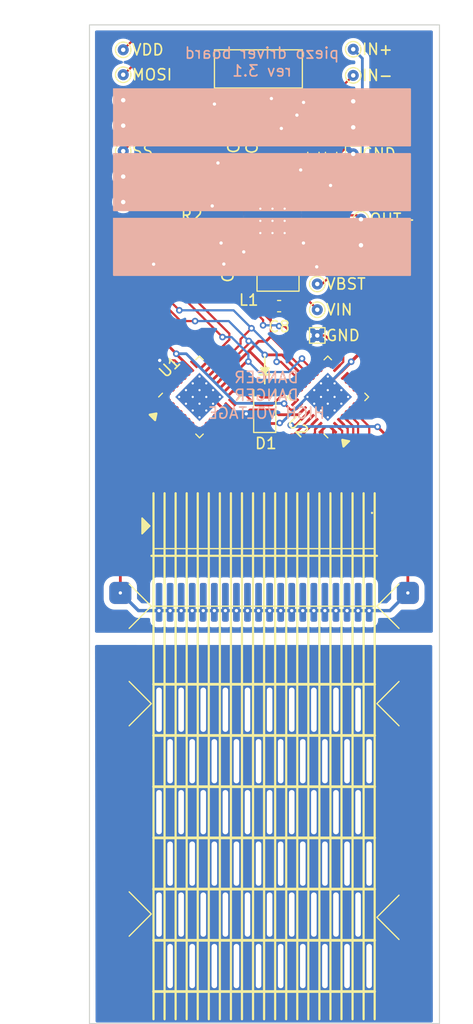
<source format=kicad_pcb>
(kicad_pcb (version 20221018) (generator pcbnew)
  (layers (0 "F.Cu" signal) (31 "B.Cu" signal) (34 "B.Paste" user) (35 "F.Paste" user) (36 "B.SilkS" user "B.Silkscreen") (37 "F.SilkS" user "F.Silkscreen") (38 "B.Mask" user) (39 "F.Mask" user) (44 "Edge.Cuts" user))
  (net 0 "")
  (net 1 "Net-(U3-VPUMP)")
  (net 2 "Net-(U3-FB)")
  (net 3 "Net-(U3-REXT)")
  (net 8 "Net-(U1-DIN)")
  (net 13 "/reed20")
  (net 14 "/reed19")
  (net 15 "/reed18")
  (net 16 "/reed17")
  (net 17 "/reed16")
  (net 18 "/reed15")
  (net 19 "/reed14")
  (net 20 "/reed13")
  (net 21 "/reed12")
  (net 22 "/reed11")
  (net 23 "/reed10")
  (net 24 "/reed9")
  (net 25 "/reed8")
  (net 26 "/reed7")
  (net 27 "/reed6")
  (net 28 "/reed5")
  (net 29 "/reed4")
  (net 30 "/reed3")
  (net 31 "/reed2")
  (net 32 "/reed1")
  (net 33 "/VDD")
  (net 34 "/POL")
  (net 35 "GND")
  (net 36 "/VPP")
  (net 38 "/SCL")
  (net 39 "/SDA")
  (net 40 "Net-(L1-Pad1)")
  (net 41 "/PZT_Common")
  (net 45 "/VBST")
  (net 46 "/OUT-")
  (net 48 "/fill")
  (net 59 "/IN+")
  (net 60 "Net-(U3-IN-)")
  (net 61 "Net-(U3-IN+)")
  (net 62 "/IN-")
  (net 63 "Net-(U3-REG)")
  (net 64 "/SS")
  (net 65 "/SCLK")
  (net 66 "/MOSI")
  (net 67 "/MISO")
  (net 68 "/VIN")
  (footprint "TestPoint:TestPoint_THTPad_D1.0mm_Drill0.5mm" (layer "F.Cu") (at 112.2 49.65)
    (fp_text reference "TP10" hide)
    (fp_text value "TestPoint")
  )
  (footprint "Capacitor_SMD:C_0603_1608Metric" (layer "F.Cu") (at 105.5 65.8)
    (fp_text reference "C8")
    (fp_text value "0.1 µF")
  )
  (footprint "TestPoint:TestPoint_THTPad_D1.0mm_Drill0.5mm" (layer "F.Cu") (at 112.2 44.9625)
    (fp_text reference "TP7" hide)
    (fp_text value "TestPoint")
  )
  (footprint "Package_DFN_QFN:HVQFN-32-1EP_5x5mm_P0.5mm_EP3.1x3.1mm_ThermalVias" (layer "F.Cu") (at 98.3 74 45)
    (fp_text reference "U1")
    (fp_text value "HV509")
  )
  (footprint "Package_DFN_QFN:HVQFN-32-1EP_5x5mm_P0.5mm_EP3.1x3.1mm_ThermalVias" (layer "F.Cu") (at 109.9 74 135)
    (fp_text reference "U2")
    (fp_text value "HV509")
  )
  (footprint "TestPoint:TestPoint_THTPad_D1.0mm_Drill0.5mm" (layer "F.Cu") (at 108.95 63.8)
    (fp_text reference "TP4" hide)
    (fp_text value "TestPoint")
  )
  (footprint "TestPoint:TestPoint_THTPad_D1.0mm_Drill0.5mm" (layer "F.Cu") (at 91.4 47.2)
    (fp_text reference "TP9" hide)
    (fp_text value "TestPoint")
  )
  (footprint "Resistor_SMD:R_0603_1608Metric" (layer "F.Cu") (at 109.35 56.2)
    (fp_text reference "R3")
    (fp_text value "6.98k")
  )
  (footprint "TestPoint:TestPoint_THTPad_D1.0mm_Drill0.5mm" (layer "F.Cu") (at 91.4 44.9)
    (fp_text reference "TP8" hide)
    (fp_text value "TestPoint")
  )
  (footprint "Capacitor_SMD:C_0603_1608Metric" (layer "F.Cu") (at 108.6 52.05 90)
    (fp_text reference "C6")
    (fp_text value "0.1 µF")
  )
  (footprint "TestPoint:TestPoint_THTPad_D1.0mm_Drill0.5mm" (layer "F.Cu") (at 112.2 42.6)
    (fp_text reference "TP6" hide)
    (fp_text value "TestPoint")
  )
  (footprint "Capacitor_SMD:C_0603_1608Metric" (layer "F.Cu") (at 102.3 62.7 90)
    (fp_text reference "C5")
    (fp_text value "10 µF")
  )
  (footprint "TestPoint:TestPoint_THTPad_D1.0mm_Drill0.5mm" (layer "F.Cu") (at 91.4 54.1)
    (fp_text reference "TP13" hide)
    (fp_text value "TestPoint")
  )
  (footprint "Package_DFN_QFN:Texas_S-PVQFN-N20_EP2.7x2.7mm_ThermalVias" (layer "F.Cu") (at 104.9 58.1)
    (fp_text reference "U3")
    (fp_text value "DRV2665")
  )
  (footprint "TestPoint:TestPoint_THTPad_1.0x1.0mm_Drill0.5mm" (layer "F.Cu") (at 91.4 56.4)
    (fp_text reference "TP2" hide)
    (fp_text value "TestPoint")
  )
  (footprint "TestPoint:TestPoint_THTPad_1.0x1.0mm_Drill0.5mm" (layer "F.Cu") (at 108.95 68.45)
    (fp_text reference "TP2" hide)
    (fp_text value "TestPoint")
  )
  (footprint "Resistor_SMD:R_0603_1608Metric" (layer "F.Cu") (at 100.3 57.6)
    (fp_text reference "R2")
    (fp_text value "6.98k")
  )
  (footprint "Capacitor_SMD:C_0603_1608Metric" (layer "F.Cu") (at 103.1 53.5 90)
    (fp_text reference "C3")
    (fp_text value "0.1 µF")
  )
  (footprint "TestPoint:TestPoint_THTPad_D1.0mm_Drill0.5mm" (layer "F.Cu") (at 112.9 57.95)
    (fp_text reference "TP5" hide)
    (fp_text value "TestPoint")
  )
  (footprint "TestPoint:TestPoint_THTPad_D1.0mm_Drill0.5mm" (layer "F.Cu") (at 91.4 42.65)
    (fp_text reference "TP1" hide)
    (fp_text value "VDD")
  )
  (footprint "Capacitor_SMD:C_0805_2012Metric" (layer "F.Cu") (at 108.9 60.3 -90)
    (fp_text reference "C4")
    (fp_text value "0.1 µF 150V+")
  )
  (footprint "Diode_SMD:D_SOD-123F" (layer "F.Cu") (at 104.2 75 90)
    (fp_text reference "D1")
    (fp_text value "D")
  )
  (footprint "Optacon_common:Hirose_FH34SRJ-12S-0.5SH" (layer "F.Cu") (at 103.6 44.5 180)
    (fp_text reference "J1" hide)
    (fp_text value "Conn_01x12")
  )
  (footprint "Capacitor_SMD:C_0603_1608Metric" (layer "F.Cu") (at 101.4 53.5 90)
    (fp_text reference "C2")
    (fp_text value "0.1 µF")
  )
  (footprint "Capacitor_SMD:C_0603_1608Metric" (layer "F.Cu") (at 100.3 55.8 180)
    (fp_text reference "C1")
    (fp_text value "1 µF")
  )
  (footprint "TestPoint:TestPoint_THTPad_1.0x1.0mm_Drill0.5mm" (layer "F.Cu") (at 112.2 52.05)
    (fp_text reference "TP2" hide)
    (fp_text value "TestPoint")
  )
  (footprint "Resistor_SMD:R_0603_1608Metric" (layer "F.Cu") (at 106.5 50.5 90)
    (fp_text reference "R5")
    (fp_text value "3.3k")
  )
  (footprint "Resistor_SMD:R_0603_1608Metric" (layer "F.Cu") (at 104.9 50.5 -90)
    (fp_text reference "R4")
    (fp_text value "3.3k")
  )
  (footprint "Optacon_common:TDK_VLS_3012" (layer "F.Cu") (at 105.4 62.75 -90)
    (fp_text reference "L1")
    (fp_text value "3.3 µH")
  )
  (footprint "TestPoint:TestPoint_THTPad_D1.0mm_Drill0.5mm" (layer "F.Cu") (at 112.2 47.3)
    (fp_text reference "TP11" hide)
    (fp_text value "TestPoint")
  )
  (footprint "Optacon_common:piezox20" (layer "F.Cu") (at 104.04 87.7)
    (fp_text reference "piezo1" hide)
    (fp_text value "Conn_01x22" hide)
  )
  (footprint "TestPoint:TestPoint_THTPad_D1.0mm_Drill0.5mm" (layer "F.Cu") (at 108.95 66.125)
    (fp_text reference "TP15" hide)
    (fp_text value "VDD")
  )
  (footprint "Capacitor_SMD:C_0603_1608Metric" (layer "F.Cu") (at 110.2 52.05 -90)
    (fp_text reference "C7")
    (fp_text value "0.1 µF")
  )
  (footprint "TestPoint:TestPoint_THTPad_D1.0mm_Drill0.5mm" (layer "F.Cu") (at 91.4 51.8)
    (fp_text reference "TP14" hide)
    (fp_text value "TestPoint")
  )
  (footprint "Optacon_common:Hirose_FH34SRJ-40S-0.5SH" (layer "F.Cu") (at 104.15 86.9)
    (fp_text reference "J2" hide)
    (fp_text value "Conn_01x40_Socket" hide)
  )
  (footprint "TestPoint:TestPoint_THTPad_D1.0mm_Drill0.5mm" (layer "F.Cu") (at 112.9 60.3)
    (fp_text reference "TP3" hide)
    (fp_text value "TestPoint")
  )
  (footprint "Resistor_SMD:R_0603_1608Metric" (layer "F.Cu") (at 100.3 59.2)
    (fp_text reference "R1")
    (fp_text value "549k")
  )
  (footprint "TestPoint:TestPoint_THTPad_D1.0mm_Drill0.5mm" (layer "F.Cu") (at 91.4 49.5)
    (fp_text reference "TP12" hide)
    (fp_text value "TestPoint")
  )
  (gr_rect (start 90.55 57.9) (end 117.35 63) (stroke (width 0.15)) (fill solid) (layer "B.SilkS"))
  (gr_rect (start 90.55 46.2) (end 117.35 51.3) (stroke (width 0.15)) (fill solid) (layer "B.SilkS"))
  (gr_rect (start 90.55 52.05) (end 117.35 57.15) (stroke (width 0.15)) (fill solid) (layer "B.SilkS"))
  (gr_line (start 103.7 72) (end 104.7 72) (stroke (width 0.15)) (layer "F.SilkS"))
  (gr_poly (pts (xy 103.875 71.4) (xy 104.55 71.4) (xy 104.2 71.9)) (stroke (width 0.2)) (fill solid) (layer "F.SilkS"))
  (gr_poly (pts (xy 94.276256 76.083363) (xy 93.798959 75.606066) (xy 94.4 75.5)) (stroke (width 0.2)) (fill solid) (layer "F.SilkS"))
  (gr_line (start 104.2 72) (end 104.2 72.8) (stroke (width 0.15)) (layer "F.SilkS"))
  (gr_poly (pts (xy 93.8 85.65) (xy 93.11 86.35) (xy 93.11 84.95)) (stroke (width 0.15)) (fill solid) (layer "F.SilkS"))
  (gr_line (start 104.2 71.4) (end 104.2 70.4) (stroke (width 0.15)) (layer "F.SilkS"))
  (gr_poly (pts (xy 111.8 78) (xy 111.322703 78.477297) (xy 111.216637 77.876256)) (stroke (width 0.2)) (fill solid) (layer "F.SilkS"))
  (gr_line (start 104.2 70.4) (end 104.2 71.9) (stroke (width 0.15)) (layer "F.SilkS"))
  (gr_rect (start 88.35 40.4) (end 120 130.6) (stroke (width 0.1)) (fill none) (layer "Edge.Cuts"))
  (gr_text "DANGER\nDANGER\nHIGH VOLTAGE" (at 104.35 73.85) (layer "B.SilkS") (effects (font (size 1 1)) (justify mirror)))
  (gr_text "piezo driver board\nrev 3.1" (at 103.95 43.75) (layer "B.SilkS") (effects (font (size 1 1)) (justify mirror)))
  (segment (start 101.4 54.275) (end 102.9375 55.8125) (width 0.25) (layer "F.Cu") (net 1))
  (segment (start 102.9375 55.8125) (end 102.9375 57.1) (width 0.25) (layer "F.Cu") (net 1))
  (segment (start 101.125 57.6) (end 101.125 59.2) (width 0.2) (layer "F.Cu") (net 2))
  (segment (start 101.125 57.6) (end 101.838478 57.6) (width 0.2) (layer "F.Cu") (net 2))
  (segment (start 102.338478 58.1) (end 102.9375 58.1) (width 0.2) (layer "F.Cu") (net 2))
  (segment (start 101.838478 57.6) (end 102.338478 58.1) (width 0.2) (layer "F.Cu") (net 2))
  (segment (start 107.625 57.1) (end 108.525 56.2) (width 0.2) (layer "F.Cu") (net 3))
  (segment (start 106.8625 57.1) (end 107.625 57.1) (width 0.2) (layer "F.Cu") (net 3))
  (segment (start 104.85 74.75) (end 103.4 74.75) (width 0.2) (layer "F.Cu") (net 8))
  (segment (start 103.4 74.75) (end 102.163864 73.513864) (width 0.2) (layer "F.Cu") (net 8))
  (segment (start 106.93899 73.513864) (end 106.086136 73.513864) (width 0.2) (layer "F.Cu") (net 8))
  (segment (start 106.086136 73.513864) (end 104.85 74.75) (width 0.2) (layer "F.Cu") (net 8))
  (segment (start 102.163864 73.513864) (end 101.26101 73.513864) (width 0.2) (layer "F.Cu") (net 8))
  (segment (start 113.64 83.5) (end 113.4 83.74) (width 0.2) (layer "F.Cu") (net 13))
  (segment (start 113.65 76.68934) (end 113.65 83.49) (width 0.2) (layer "F.Cu") (net 13))
  (segment (start 113.9 83.76) (end 113.9 85.75) (width 0.2) (layer "F.Cu") (net 13))
  (segment (start 112.153903 75.193243) (end 113.65 76.68934) (width 0.2) (layer "F.Cu") (net 13))
  (segment (start 113.64 83.5) (end 113.9 83.76) (width 0.2) (layer "F.Cu") (net 13))
  (segment (start 113.4 83.74) (end 113.4 85.75) (width 0.2) (layer "F.Cu") (net 13))
  (segment (start 113.65 83.49) (end 113.64 83.5) (width 0.2) (layer "F.Cu") (net 13))
  (segment (start 112.9 83.76) (end 112.9 85.75) (width 0.2) (layer "F.Cu") (net 14))
  (segment (start 112.64 76.386447) (end 112.64 83.5) (width 0.2) (layer "F.Cu") (net 14))
  (segment (start 112.4 83.74) (end 112.4 85.75) (width 0.2) (layer "F.Cu") (net 14))
  (segment (start 112.64 83.5) (end 112.9 83.76) (width 0.2) (layer "F.Cu") (net 14))
  (segment (start 112.64 83.5) (end 112.4 83.74) (width 0.2) (layer "F.Cu") (net 14))
  (segment (start 111.800349 75.546796) (end 112.64 76.386447) (width 0.2) (layer "F.Cu") (net 14))
  (segment (start 111.64 79.36) (end 112.2 78.8) (width 0.2) (layer "F.Cu") (net 15))
  (segment (start 111.64 83.5) (end 111.4 83.74) (width 0.2) (layer "F.Cu") (net 15))
  (segment (start 111.64 83.5) (end 111.9 83.76) (width 0.2) (layer "F.Cu") (net 15))
  (segment (start 111.4 83.74) (end 111.4 85.75) (width 0.2) (layer "F.Cu") (net 15))
  (segment (start 111.64 83.5) (end 111.64 79.36) (width 0.2) (layer "F.Cu") (net 15))
  (segment (start 112.2 76.653553) (end 111.446796 75.900349) (width 0.2) (layer "F.Cu") (net 15))
  (segment (start 111.9 83.76) (end 111.9 85.75) (width 0.2) (layer "F.Cu") (net 15))
  (segment (start 112.2 78.8) (end 112.2 76.653553) (width 0.2) (layer "F.Cu") (net 15))
  (segment (start 110.9 83.76) (end 110.9 85.75) (width 0.2) (layer "F.Cu") (net 16))
  (segment (start 110.64 79.36) (end 110.64 83.5) (width 0.2) (layer "F.Cu") (net 16))
  (segment (start 111.093243 76.253903) (end 111.7 76.86066) (width 0.2) (layer "F.Cu") (net 16))
  (segment (start 111.7 78.3) (end 110.64 79.36) (width 0.2) (layer "F.Cu") (net 16))
  (segment (start 111.7 76.86066) (end 111.7 78.3) (width 0.2) (layer "F.Cu") (net 16))
  (segment (start 110.4 83.74) (end 110.4 85.75) (width 0.2) (layer "F.Cu") (net 16))
  (segment (start 110.64 83.5) (end 110.9 83.76) (width 0.2) (layer "F.Cu") (net 16))
  (segment (start 110.64 83.5) (end 110.4 83.74) (width 0.2) (layer "F.Cu") (net 16))
  (segment (start 109.4 83.74) (end 109.4 85.75) (width 0.2) (layer "F.Cu") (net 17))
  (segment (start 109.9 83.76) (end 109.9 85.75) (width 0.2) (layer "F.Cu") (net 17))
  (segment (start 111.2 77.067767) (end 111.2 77.8) (width 0.2) (layer "F.Cu") (net 17))
  (segment (start 111.2 77.8) (end 109.64 79.36) (width 0.2) (layer "F.Cu") (net 17))
  (segment (start 109.64 83.5) (end 109.9 83.76) (width 0.2) (layer "F.Cu") (net 17))
  (segment (start 109.64 83.5) (end 109.4 83.74) (width 0.2) (layer "F.Cu") (net 17))
  (segment (start 109.64 79.36) (end 109.64 83.5) (width 0.2) (layer "F.Cu") (net 17))
  (segment (start 110.739689 76.607456) (end 111.2 77.067767) (width 0.2) (layer "F.Cu") (net 17))
  (segment (start 108.9 83.76) (end 108.9 85.75) (width 0.2) (layer "F.Cu") (net 18))
  (segment (start 108.64 83.5) (end 108.4 83.74) (width 0.2) (layer "F.Cu") (net 18))
  (segment (start 108.64 79.36) (end 108.64 83.5) (width 0.2) (layer "F.Cu") (net 18))
  (segment (start 108.4 83.74) (end 108.4 85.75) (width 0.2) (layer "F.Cu") (net 18))
  (segment (start 110.386136 77.613864) (end 108.64 79.36) (width 0.2) (layer "F.Cu") (net 18))
  (segment (start 110.386136 76.96101) (end 110.386136 77.613864) (width 0.2) (layer "F.Cu") (net 18))
  (segment (start 108.64 83.5) (end 108.9 83.76) (width 0.2) (layer "F.Cu") (net 18))
  (segment (start 109.413864 76.96101) (end 109.413864 77.586136) (width 0.2) (layer "F.Cu") (net 19))
  (segment (start 107.9 83.76) (end 107.9 85.75) (width 0.2) (layer "F.Cu") (net 19))
  (segment (start 109.413864 77.586136) (end 107.64 79.36) (width 0.2) (layer "F.Cu") (net 19))
  (segment (start 107.64 79.36) (end 107.64 83.5) (width 0.2) (layer "F.Cu") (net 19))
  (segment (start 107.64 83.5) (end 107.4 83.74) (width 0.2) (layer "F.Cu") (net 19))
  (segment (start 107.64 83.5) (end 107.9 83.76) (width 0.2) (layer "F.Cu") (net 19))
  (segment (start 107.4 83.74) (end 107.4 85.75) (width 0.2) (layer "F.Cu") (net 19))
  (segment (start 106.64 79.36) (end 106.64 83.5) (width 0.2) (layer "F.Cu") (net 20))
  (segment (start 106.64 83.5) (end 106.4 83.74) (width 0.2) (layer "F.Cu") (net 20))
  (segment (start 108.742485 76.925282) (end 108.742485 77.257515) (width 0.2) (layer "F.Cu") (net 20))
  (segment (start 106.64 83.5) (end 106.9 83.76) (width 0.2) (layer "F.Cu") (net 20))
  (segment (start 106.9 83.76) (end 106.9 85.75) (width 0.2) (layer "F.Cu") (net 20))
  (segment (start 108.742485 77.257515) (end 106.64 79.36) (width 0.2) (layer "F.Cu") (net 20))
  (segment (start 106.4 83.74) (end 106.4 85.75) (width 0.2) (layer "F.Cu") (net 20))
  (segment (start 109.060311 76.607456) (end 108.742485 76.925282) (width 0.2) (layer "F.Cu") (net 20))
  (segment (start 105.9 83.76) (end 105.9 85.75) (width 0.2) (layer "F.Cu") (net 21))
  (segment (start 108.706757 76.253903) (end 108.706757 76.293243) (width 0.2) (layer "F.Cu") (net 21))
  (segment (start 105.64 83.5) (end 105.4 83.74) (width 0.2) (layer "F.Cu") (net 21))
  (segment (start 108.706757 76.293243) (end 105.64 79.36) (width 0.2) (layer "F.Cu") (net 21))
  (segment (start 105.64 79.36) (end 105.64 83.5) (width 0.2) (layer "F.Cu") (net 21))
  (segment (start 105.4 83.74) (end 105.4 85.75) (width 0.2) (layer "F.Cu") (net 21))
  (segment (start 105.64 83.5) (end 105.9 83.76) (width 0.2) (layer "F.Cu") (net 21))
  (segment (start 104.64 83.5) (end 104.64 79.36) (width 0.2) (layer "F.Cu") (net 22))
  (segment (start 104.64 83.5) (end 104.9 83.76) (width 0.2) (layer "F.Cu") (net 22))
  (segment (start 104.64 79.36) (end 106.6 77.4) (width 0.2) (layer "F.Cu") (net 22))
  (segment (start 106.853553 77.4) (end 108.353204 75.900349) (width 0.2) (layer "F.Cu") (net 22))
  (segment (start 104.9 83.76) (end 104.9 85.75) (width 0.2) (layer "F.Cu") (net 22))
  (segment (start 104.4 83.74) (end 104.4 85.75) (width 0.2) (layer "F.Cu") (net 22))
  (segment (start 106.6 77.4) (end 106.853553 77.4) (width 0.2) (layer "F.Cu") (net 22))
  (segment (start 104.64 83.5) (end 104.4 83.74) (width 0.2) (layer "F.Cu") (net 22))
  (segment (start 103.4 83.74) (end 103.4 85.75) (width 0.2) (layer "F.Cu") (net 23))
  (segment (start 100.164622 76.218175) (end 100.518175 76.218175) (width 0.2) (layer "F.Cu") (net 23))
  (segment (start 103.64 79.34) (end 103.64 83.5) (width 0.2) (layer "F.Cu") (net 23))
  (segment (start 103.64 83.5) (end 103.4 83.74) (width 0.2) (layer "F.Cu") (net 23))
  (segment (start 99.846796 75.900349) (end 100.164622 76.218175) (width 0.2) (layer "F.Cu") (net 23))
  (segment (start 100.518175 76.218175) (end 103.64 79.34) (width 0.2) (layer "F.Cu") (net 23))
  (segment (start 103.9 83.76) (end 103.9 85.75) (width 0.2) (layer "F.Cu") (net 23))
  (segment (start 103.64 83.5) (end 103.9 83.76) (width 0.2) (layer "F.Cu") (net 23))
  (segment (start 102.64 79.34) (end 102.64 83.5) (width 0.2) (layer "F.Cu") (net 24))
  (segment (start 99.493243 76.253903) (end 99.553903 76.253903) (width 0.2) (layer "F.Cu") (net 24))
  (segment (start 102.4 83.74) (end 102.4 85.75) (width 0.2) (layer "F.Cu") (net 24))
  (segment (start 102.64 83.5) (end 102.4 83.74) (width 0.2) (layer "F.Cu") (net 24))
  (segment (start 99.553903 76.253903) (end 102.64 79.34) (width 0.2) (layer "F.Cu") (net 24))
  (segment (start 102.64 83.5) (end 102.9 83.76) (width 0.2) (layer "F.Cu") (net 24))
  (segment (start 102.9 83.76) (end 102.9 85.75) (width 0.2) (layer "F.Cu") (net 24))
  (segment (start 101.64 83.5) (end 101.9 83.76) (width 0.2) (layer "F.Cu") (net 25))
  (segment (start 99.457515 77.157515) (end 101.64 79.34) (width 0.2) (layer "F.Cu") (net 25))
  (segment (start 99.457515 76.925282) (end 99.457515 77.157515) (width 0.2) (layer "F.Cu") (net 25))
  (segment (start 101.4 83.74) (end 101.4 85.75) (width 0.2) (layer "F.Cu") (net 25))
  (segment (start 101.64 79.34) (end 101.64 83.5) (width 0.2) (layer "F.Cu") (net 25))
  (segment (start 99.139689 76.607456) (end 99.457515 76.925282) (width 0.2) (layer "F.Cu") (net 25))
  (segment (start 101.64 83.5) (end 101.4 83.74) (width 0.2) (layer "F.Cu") (net 25))
  (segment (start 101.9 83.76) (end 101.9 85.75) (width 0.2) (layer "F.Cu") (net 25))
  (segment (start 100.64 79.34) (end 100.64 83.5) (width 0.2) (layer "F.Cu") (net 26))
  (segment (start 100.9 83.76) (end 100.9 85.75) (width 0.2) (layer "F.Cu") (net 26))
  (segment (start 100.4 83.74) (end 100.4 85.75) (width 0.2) (layer "F.Cu") (net 26))
  (segment (start 98.786136 76.96101) (end 98.786136 77.486136) (width 0.2) (layer "F.Cu") (net 26))
  (segment (start 100.64 83.5) (end 100.4 83.74) (width 0.2) (layer "F.Cu") (net 26))
  (segment (start 100.64 83.5) (end 100.9 83.76) (width 0.2) (layer "F.Cu") (net 26))
  (segment (start 98.786136 77.486136) (end 100.64 79.34) (width 0.2) (layer "F.Cu") (net 26))
  (segment (start 99.64 83.5) (end 99.9 83.76) (width 0.2) (layer "F.Cu") (net 27))
  (segment (start 99.64 83.5) (end 99.4 83.74) (width 0.2) (layer "F.Cu") (net 27))
  (segment (start 99.9 83.76) (end 99.9 85.75) (width 0.2) (layer "F.Cu") (net 27))
  (segment (start 97.813864 77.513864) (end 99.64 79.34) (width 0.2) (layer "F.Cu") (net 27))
  (segment (start 99.4 83.74) (end 99.4 85.75) (width 0.2) (layer "F.Cu") (net 27))
  (segment (start 99.64 79.34) (end 99.64 83.5) (width 0.2) (layer "F.Cu") (net 27))
  (segment (start 97.813864 76.96101) (end 97.813864 77.513864) (width 0.2) (layer "F.Cu") (net 27))
  (segment (start 98.4 83.74) (end 98.4 85.75) (width 0.2) (layer "F.Cu") (net 28))
  (segment (start 97.142485 76.925282) (end 97.142485 77.842485) (width 0.2) (layer "F.Cu") (net 28))
  (segment (start 98.9 83.76) (end 98.9 85.75) (width 0.2) (layer "F.Cu") (net 28))
  (segment (start 98.64 79.34) (end 98.64 83.5) (width 0.2) (layer "F.Cu") (net 28))
  (segment (start 98.64 83.5) (end 98.9 83.76) (width 0.2) (layer "F.Cu") (net 28))
  (segment (start 98.64 83.5) (end 98.4 83.74) (width 0.2) (layer "F.Cu") (net 28))
  (segment (start 97.142485 77.842485) (end 98.64 79.34) (width 0.2) (layer "F.Cu") (net 28))
  (segment (start 97.460311 76.607456) (end 97.142485 76.925282) (width 0.2) (layer "F.Cu") (net 28))
  (segment (start 97.4 83.74) (end 97.4 85.75) (width 0.2) (layer "F.Cu") (net 29))
  (segment (start 96.742975 76.617685) (end 96.742975 78.442975) (width 0.2) (layer "F.Cu") (net 29))
  (segment (start 97.106757 76.253903) (end 96.742975 76.617685) (width 0.2) (layer "F.Cu") (net 29))
  (segment (start 97.64 83.5) (end 97.9 83.76) (width 0.2) (layer "F.Cu") (net 29))
  (segment (start 96.742975 78.442975) (end 97.64 79.34) (width 0.2) (layer "F.Cu") (net 29))
  (segment (start 97.9 83.76) (end 97.9 85.75) (width 0.2) (layer "F.Cu") (net 29))
  (segment (start 97.64 83.5) (end 97.4 83.74) (width 0.2) (layer "F.Cu") (net 29))
  (segment (start 97.64 79.34) (end 97.64 83.5) (width 0.2) (layer "F.Cu") (net 29))
  (segment (start 96.2 78.9) (end 96.64 79.34) (width 0.2) (layer "F.Cu") (net 30))
  (segment (start 96.4 83.74) (end 96.4 85.75) (width 0.2) (layer "F.Cu") (net 30))
  (segment (start 96.64 79.34) (end 96.64 83.5) (width 0.2) (layer "F.Cu") (net 30))
  (segment (start 96.64 83.5) (end 96.4 83.74) (width 0.2) (layer "F.Cu") (net 30))
  (segment (start 96.753204 75.900349) (end 96.2 76.453553) (width 0.2) (layer "F.Cu") (net 30))
  (segment (start 96.9 83.76) (end 96.9 85.75) (width 0.2) (layer "F.Cu") (net 30))
  (segment (start 96.64 83.5) (end 96.9 83.76) (width 0.2) (layer "F.Cu") (net 30))
  (segment (start 96.2 76.453553) (end 96.2 78.9) (width 0.2) (layer "F.Cu") (net 30))
  (segment (start 95.64 83.5) (end 95.4 83.74) (width 0.2) (layer "F.Cu") (net 31))
  (segment (start 95.9 83.76) (end 95.9 85.75) (width 0.2) (layer "F.Cu") (net 31))
  (segment (start 95.64 76.306447) (end 95.64 83.5) (width 0.2) (layer "F.Cu") (net 31))
  (segment (start 95.64 83.5) (end 95.9 83.76) (width 0.2) (layer "F.Cu") (net 31))
  (segment (start 96.399651 75.546796) (end 95.64 76.306447) (width 0.2) (layer "F.Cu") (net 31))
  (segment (start 95.4 83.74) (end 95.4 85.75) (width 0.2) (layer "F.Cu") (net 31))
  (segment (start 94.9 83.76) (end 94.9 85.75) (width 0.2) (layer "F.Cu") (net 32))
  (segment (start 94.4 83.74) (end 94.4 85.75) (width 0.2) (layer "F.Cu") (net 32))
  (segment (start 94.64 83.5) (end 94.9 83.76) (width 0.2) (layer "F.Cu") (net 32))
  (segment (start 94.64 83.5) (end 94.4 83.74) (width 0.2) (layer "F.Cu") (net 32))
  (segment (start 96.046097 75.193243) (end 96.046097 75.253903) (width 0.2) (layer "F.Cu") (net 32))
  (segment (start 94.64 76.66) (end 94.64 83.5) (width 0.2) (layer "F.Cu") (net 32))
  (segment (start 96.046097 75.253903) (end 94.64 76.66) (width 0.2) (layer "F.Cu") (net 32))
  (segment (start 96.8 54.15) (end 96.8 59.192462) (width 0.2) (layer "F.Cu") (net 33))
  (segment (start 104.749992 47.1) (end 103.85 47.1) (width 0.2) (layer "F.Cu") (net 33))
  (segment (start 104.8 47.049992) (end 104.749992 47.1) (width 0.2) (layer "F.Cu") (net 33))
  (segment (start 103.85 45.6) (end 103.85 47.1) (width 0.2) (layer "F.Cu") (net 33))
  (segment (start 103.645652 68.975) (end 104.321015 68.975) (width 0.25) (layer "F.Cu") (net 33))
  (segment (start 103.85 47.1) (end 96.8 54.15) (width 0.2) (layer "F.Cu") (net 33))
  (segment (start 96.8 59.192462) (end 104.75 67.142462) (width 0.2) (layer "F.Cu") (net 33))
  (segment (start 103.85 44.906929) (end 100.843071 41.9) (width 0.2) (layer "F.Cu") (net 33))
  (segment (start 104.321015 68.975) (end 104.75 68.546015) (width 0.25) (layer "F.Cu") (net 33))
  (segment (start 104.75 67.142462) (end 104.75 68.546015) (width 0.2) (layer "F.Cu") (net 33))
  (segment (start 108.283965 72.099651) (end 104.75 68.565686) (width 0.2) (layer "F.Cu") (net 33))
  (segment (start 104.725 65.8) (end 104.75 65.825) (width 0.2) (layer "F.Cu") (net 33))
  (segment (start 108.353204 72.099651) (end 108.283965 72.099651) (width 0.2) (layer "F.Cu") (net 33))
  (segment (start 104.75 65.825) (end 104.75 67.142462) (width 0.2) (layer "F.Cu") (net 33))
  (segment (start 106.424998 49.750002) (end 106.5 49.675) (width 0.25) (layer "F.Cu") (net 33))
  (segment (start 103.85 45.6) (end 103.85 44.906929) (width 0.2) (layer "F.Cu") (net 33))
  (segment (start 92.15 41.9) (end 91.4 42.65) (width 0.2) (layer "F.Cu") (net 33))
  (segment (start 100.843071 41.9) (end 92.15 41.9) (width 0.2) (layer "F.Cu") (net 33))
  (segment (start 100.200349 72.453204) (end 100.200349 72.420303) (width 0.25) (layer "F.Cu") (net 33))
  (segment (start 104.75 68.565686) (end 104.75 68.546015) (width 0.2) (layer "F.Cu") (net 33))
  (segment (start 104.975002 49.750002) (end 104.9 49.675) (width 0.25) (layer "F.Cu") (net 33))
  (segment (start 100.200349 72.420303) (end 103.645652 68.975) (width 0.25) (layer "F.Cu") (net 33))
  (segment (start 104.8 47.050004) (end 104.8 47.049992) (width 0.2) (layer "F.Cu") (net 33))
  (segment (start 104.799996 47.05) (end 104.8 47.050004) (width 0.2) (layer "F.Cu") (net 33))
  (segment (start 105.7 49.750002) (end 106.424998 49.750002) (width 0.25) (layer "F.Cu") (net 33))
  (segment (start 104.2 73.6) (end 104.2 71.25) (width 0.25) (layer "F.Cu") (net 33))
  (segment (start 104.2 71.25) (end 102.801776 69.851776) (width 0.25) (layer "F.Cu") (net 33))
  (segment (start 105.7 49.750002) (end 104.975002 49.750002) (width 0.25) (layer "F.Cu") (net 33))
  (via (at 105.7 49.750002) (size 0.6) (drill 0.3) (layers "F.Cu" "B.Cu") (net 33))
  (via (at 104.8 47.049992) (size 0.6) (drill 0.3) (layers "F.Cu" "B.Cu") (net 33))
  (segment (start 104.8 48.850002) (end 105.7 49.750002) (width 0.25) (layer "B.Cu") (net 33))
  (segment (start 104.8 47.049992) (end 104.8 48.850002) (width 0.25) (layer "B.Cu") (net 33))
  (segment (start 96.599996 67.149996) (end 97.9 67.149996) (width 0.2) (layer "F.Cu") (net 34))
  (segment (start 91.4 54.1) (end 94.75 54.1) (width 0.2) (layer "F.Cu") (net 34))
  (segment (start 94.75 65.3) (end 96.599996 67.149996) (width 0.2) (layer "F.Cu") (net 34))
  (segment (start 101.35 46.7) (end 94.75 53.3) (width 0.2) (layer "F.Cu") (net 34))
  (segment (start 105.762128 70.202724) (end 104.2 70.202724) (width 0.25) (layer "F.Cu") (net 34))
  (segment (start 99.846796 72.099651) (end 102.75 69.196447) (width 0.2) (layer "F.Cu") (net 34))
  (segment (start 101.35 45.6) (end 101.35 46.7) (width 0.2) (layer "F.Cu") (net 34))
  (segment (start 107.999651 72.440247) (end 105.762128 70.202724) (width 0.25) (layer "F.Cu") (net 34))
  (segment (start 107.999651 72.453204) (end 107.999651 72.440247) (width 0.25) (layer "F.Cu") (net 34))
  (segment (start 102.75 69.196447) (end 102.75 68.95) (width 0.2) (layer "F.Cu") (net 34))
  (segment (start 94.75 53.3) (end 94.75 65.3) (width 0.2) (layer "F.Cu") (net 34))
  (via (at 102.75 68.95) (size 0.6) (drill 0.3) (layers "F.Cu" "B.Cu") (net 34))
  (via (at 97.9 67.149996) (size 0.6) (drill 0.3) (layers "F.Cu" "B.Cu") (net 34))
  (via (at 104.2 70.202724) (size 0.6) (drill 0.3) (layers "F.Cu" "B.Cu") (net 34))
  (segment (start 102.947276 68.95) (end 102.75 68.95) (width 0.25) (layer "B.Cu") (net 34))
  (segment (start 100.949996 67.149996) (end 97.9 67.149996) (width 0.2) (layer "B.Cu") (net 34))
  (segment (start 104.2 70.202724) (end 102.947276 68.95) (width 0.25) (layer "B.Cu") (net 34))
  (segment (start 102.75 68.95) (end 100.949996 67.149996) (width 0.2) (layer "B.Cu") (net 34))
  (segment (start 103.9 60.0625) (end 103.9 59.3) (width 0.2) (layer "F.Cu") (net 35))
  (segment (start 102.3 60.7) (end 103.05 59.95) (width 0.5) (layer "F.Cu") (net 35))
  (segment (start 107.231346 75.607994) (end 105.459034 75.607994) (width 0.25) (layer "F.Cu") (net 35))
  (segment (start 108.9 62.249996) (end 108.900004 62.25) (width 0.3) (layer "F.Cu") (net 35))
  (segment (start 102.9375 59.8375) (end 103.05 59.95) (width 0.2) (layer "F.Cu") (net 35))
  (segment (start 111.3 70.1) (end 109.65 68.45) (width 0.2) (layer "F.Cu") (net 35))
  (segment (start 102.9375 59.1) (end 103.7 59.1) (width 0.2) (layer "F.Cu") (net 35))
  (segment (start 103.1625 60.0625) (end 103.05 59.95) (width 0.2) (layer "F.Cu") (net 35))
  (segment (start 100.85 45.6) (end 100.85 46.45) (width 0.2) (layer "F.Cu") (net 35))
  (segment (start 106.3 65.8) (end 108.95 68.45) (width 0.2) (layer "F.Cu") (net 35))
  (segment (start 100.11208 52.725) (end 99.96854 52.86854) (width 0.25) (layer "F.Cu") (net 35))
  (segment (start 103.9 59.3) (end 103.8 59.2) (width 0.2) (layer "F.Cu") (net 35))
  (segment (start 103.9 60.0625) (end 103.1625 60.0625) (width 0.3) (layer "F.Cu") (net 35))
  (segment (start 111.3 70.832233) (end 111.3 70.1) (width 0.2) (layer "F.Cu") (net 35))
  (segment (start 99.750004 47.549996) (end 99.65 47.549996) (width 0.2) (layer "F.Cu") (net 35))
  (segment (start 101.592767 75.525) (end 102.524984 75.525) (width 0.25) (layer "F.Cu") (net 35))
  (segment (start 102.3 61.925) (end 102.3 60.7) (width 0.5) (layer "F.Cu") (net 35))
  (segment (start 100.907456 74.839689) (end 101.592767 75.525) (width 0.25) (layer "F.Cu") (net 35))
  (segment (start 106.275 65.8) (end 106.3 65.8) (width 0.2) (layer "F.Cu") (net 35))
  (segment (start 101.4 52.725) (end 100.11208 52.725) (width 0.25) (layer "F.Cu") (net 35))
  (segment (start 103.7 59.1) (end 103.8 59.2) (width 0.2) (layer "F.Cu") (net 35))
  (segment (start 101.4 52.725) (end 103.1 52.725) (width 0.25) (layer "F.Cu") (net 35))
  (segment (start 99.45 55.925) (end 99.45 56.75) (width 0.3) (layer "F.Cu") (net 35))
  (segment (start 100.85 46.45) (end 99.750004 47.549996) (width 0.2) (layer "F.Cu") (net 35))
  (segment (start 105.02604 75.175) (end 102.874984 75.175) (width 0.25) (layer "F.Cu") (net 35))
  (segment (start 96.06066 70.7) (end 94.7 70.7) (width 0.2) (layer "F.Cu") (net 35))
  (segment (start 102.9375 59.1) (end 102.9375 59.8375) (width 0.5) (layer "F.Cu") (net 35))
  (segment (start 102.874984 75.175) (end 102.524984 75.525) (width 0.25) (layer "F.Cu") (net 35))
  (segment (start 102.9375 58.6) (end 104.4 58.6) (width 0.2) (layer "F.Cu") (net 35))
  (segment (start 99.475 57.475) (end 99.475 56.775) (width 0.3) (layer "F.Cu") (net 35))
  (segment (start 104.4 58.6) (end 104.9 58.1) (width 0.2) (layer "F.Cu") (net 35))
  (segment (start 102.9375 58.6) (end 102.9375 59.1) (width 0.3) (layer "F.Cu") (net 35))
  (segment (start 105.459034 75.607994) (end 105.02604 75.175) (width 0.25) (layer "F.Cu") (net 35))
  (segment (start 97.106757 71.746097) (end 96.06066 70.7) (width 0.2) (layer "F.Cu") (net 35))
  (segment (start 99.475 57.6) (end 99.475 57.475) (width 0.2) (layer "F.Cu") (net 35))
  (segment (start 110.175 54.924998) (end 110.150002 54.9) (width 0.4) (layer "F.Cu") (net 35))
  (segment (start 107.646097 75.193243) (end 107.231346 75.607994) (width 0.25) (layer "F.Cu") (net 35))
  (segment (start 109.65 68.45) (end 108.95 68.45) (width 0.2) (layer "F.Cu") (net 35))
  (segment (start 108.9 61.25) (end 108.9 62.249996) (width 0.3) (layer "F.Cu") (net 35))
  (segment (start 99.475 56.775) (end 99.45 56.75) (width 0.3) (layer "F.Cu") (net 35))
  (segment (start 110.175 56.2) (end 110.175 54.924998) (width 0.4) (layer "F.Cu") (net 35))
  (segment (start 110.739689 71.392544) (end 111.3 70.832233) (width 0.2) (layer "F.Cu") (net 35))
  (segment (start 103.05 59.95) (end 103.8 59.2) (width 0.5) (layer "F.Cu") (net 35))
  (via (at 94.7 70.7) (size 0.6) (drill 0.3) (layers "F.Cu" "B.Cu") (net 35))
  (via (at 99.65 47.549996) (size 0.6) (drill 0.3) (layers "F.Cu" "B.Cu") (net 35))
  (via (at 99.96854 52.86854) (size 0.6) (drill 0.3) (layers "F.Cu" "B.Cu") (net 35))
  (via (at 99.45 56.75) (size 0.6) (drill 0.3) (layers "F.Cu" "B.Cu") (net 35))
  (via (at 102.524984 75.525) (size 0.6) (drill 0.3) (layers "F.Cu" "B.Cu") (net 35))
  (via (at 110.150002 54.9) (size 0.6) (drill 0.3) (layers "F.Cu" "B.Cu") (net 35))
  (via (at 108.900004 62.25) (size 0.6) (drill 0.3) (layers "F.Cu" "B.Cu") (net 35))
  (via (at 102.3 60.9) (size 0.6) (drill 0.3) (layers "F.Cu" "B.Cu") (net 35))
  (segment (start 107.3 58.1) (end 107.302151 58.102151) (width 0.3) (layer "F.Cu") (net 36))
  (segment (start 104.2 76.4) (end 105.5 76.4) (width 0.25) (layer "F.Cu") (net 36))
  (segment (start 112.9 60.3) (end 112.9 64.7) (width 0.3) (layer "F.Cu") (net 36))
  (segment (start 100.553903 75.193243) (end 101.76066 76.4) (width 0.25) (layer "F.Cu") (net 36))
  (segment (start 105.5 76.4) (end 105.55 76.35) (width 0.25) (layer "F.Cu") (net 36))
  (segment (start 110.702151 58.102151) (end 112.9 60.3) (width 0.3) (layer "F.Cu") (net 36))
  (segment (start 101.76066 76.4) (end 104.2 76.4) (width 0.25) (layer "F.Cu") (net 36))
  (segment (start 112.9 60.300002) (end 112.9 64.7) (width 0.2) (layer "F.Cu") (net 36))
  (segment (start 111.093243 71.746097) (end 109.9 72.93934) (width 0.25) (layer "F.Cu") (net 36))
  (segment (start 99.36066 74) (end 100.553903 75.193243) (width 0.25) (layer "F.Cu") (net 36))
  (segment (start 107.302151 58.102151) (end 110.702151 58.102151) (width 0.3) (layer "F.Cu") (net 36))
  (segment (start 112.9 69.93934) (end 112.01967 70.81967) (width 0.3) (layer "F.Cu") (net 36))
  (segment (start 112.01967 70.81967) (end 111.093243 71.746097) (width 0.3) (layer "F.Cu") (net 36))
  (segment (start 112.9 64.7) (end 112.9 69.93934) (width 0.3) (layer "F.Cu") (net 36))
  (via (at 105.55 76.35) (size 0.6) (drill 0.3) (layers "F.Cu" "B.Cu") (net 36))
  (via (at 112.01967 70.81967) (size 0.6) (drill 0.3) (layers "F.Cu" "B.Cu") (net 36))
  (segment (start 105.711522 76.35) (end 108.061522 74) (width 0.25) (layer "B.Cu") (net 36))
  (segment (start 109.9 72.9) (end 111.98033 70.81967) (width 0.25) (layer "B.Cu") (net 36))
  (segment (start 111.98033 70.81967) (end 112.01967 70.81967) (width 0.25) (layer "B.Cu") (net 36))
  (segment (start 109.9 74) (end 109.9 72.9) (width 0.25) (layer "B.Cu") (net 36))
  (segment (start 109.900002 74) (end 107.9 74) (width 0.25) (layer "B.Cu") (net 36))
  (segment (start 105.55 76.35) (end 105.711522 76.35) (width 0.25) (layer "B.Cu") (net 36))
  (segment (start 107.708393 50.116607) (end 107.708393 47.4) (width 0.2) (layer "F.Cu") (net 38))
  (segment (start 105.953984 44.5) (end 106.815685 44.5) (width 0.2) (layer "F.Cu") (net 38))
  (segment (start 107.708393 45.392708) (end 107.708393 47.4) (width 0.2) (layer "F.Cu") (net 38))
  (segment (start 106.815685 44.5) (end 107.708393 45.392708) (width 0.2) (layer "F.Cu") (net 38))
  (segment (start 106.5 51.325) (end 107.708393 50.116607) (width 0.2) (layer "F.Cu") (net 38))
  (segment (start 105.35 45.103984) (end 105.953984 44.5) (width 0.2) (layer "F.Cu") (net 38))
  (segment (start 104.9 56.1375) (end 104.9 52.925) (width 0.2) (layer "F.Cu") (net 38))
  (segment (start 105.35 45.6) (end 105.35 45.103984) (width 0.2) (layer "F.Cu") (net 38))
  (segment (start 104.9 52.925) (end 106.5 51.325) (width 0.2) (layer "F.Cu") (net 38))
  (via (at 107.708393 47.4) (size 0.6) (drill 0.3) (layers "F.Cu" "B.Cu") (net 38))
  (segment (start 112.125 47.375) (end 112.1 47.4) (width 0.2) (layer "B.Cu") (net 38))
  (segment (start 112.1 47.4) (end 107.708393 47.4) (width 0.2) (layer "B.Cu") (net 38))
  (segment (start 104.4 56.1375) (end 104.4 51.825) (width 0.25) (layer "F.Cu") (net 39))
  (segment (start 103.6 50.025) (end 103.6 49.192893) (width 0.2) (layer "F.Cu") (net 39))
  (segment (start 104.4 51.825) (end 104.9 51.325) (width 0.25) (layer "F.Cu") (net 39))
  (segment (start 105.85 45.6) (end 105.85 45.16967) (width 0.2) (layer "F.Cu") (net 39))
  (segment (start 104.9 51.325) (end 103.6 50.025) (width 0.2) (layer "F.Cu") (net 39))
  (segment (start 103.6 49.192893) (end 104.242893 48.55) (width 0.2) (layer "F.Cu") (net 39))
  (segment (start 106.58033 44.9) (end 107.108347 45.428017) (width 0.2) (layer "F.Cu") (net 39))
  (segment (start 106.11967 44.9) (end 106.58033 44.9) (width 0.2) (layer "F.Cu") (net 39))
  (segment (start 107.108347 45.428017) (end 107.108347 48.55) (width 0.2) (layer "F.Cu") (net 39))
  (segment (start 104.242893 48.55) (end 107.108347 48.55) (width 0.2) (layer "F.Cu") (net 39))
  (segment (start 105.85 45.16967) (end 106.11967 44.9) (width 0.2) (layer "F.Cu") (net 39))
  (via (at 107.108347 48.55) (size 0.6) (drill 0.3) (layers "F.Cu" "B.Cu") (net 39))
  (segment (start 108.258347 49.7) (end 107.108347 48.55) (width 0.2) (layer "B.Cu") (net 39))
  (segment (start 112.2 49.6625) (end 112.1625 49.7) (width 0.2) (layer "B.Cu") (net 39))
  (segment (start 112.1625 49.7) (end 108.258347 49.7) (width 0.2) (layer "B.Cu") (net 39))
  (segment (start 104.7 61) (end 104.7 60.1) (width 0.5) (layer "F.Cu") (net 40))
  (segment (start 105.4 61.7) (end 104.7 61) (width 0.5) (layer "F.Cu") (net 40))
  (segment (start 104.7 60.1) (end 104.6625 60.0625) (width 0.5) (layer "F.Cu") (net 40))
  (segment (start 117.14 79.46) (end 117.15 79.45) (width 0.25) (layer "F.Cu") (net 41))
  (segment (start 106.996447 76.55) (end 106.55 76.55) (width 0.25) (layer "F.Cu") (net 41))
  (segment (start 96.753204 72.099651) (end 96.409898 71.756345) (width 0.25) (layer "F.Cu") (net 41))
  (segment (start 93.95 73.728496) (end 94.128496 73.55) (width 0.25) (layer "F.Cu") (net 41))
  (segment (start 93.95 76.582232) (end 93.95 73.728496) (width 0.25) (layer "F.Cu") (net 41))
  (segment (start 117.14 79.44) (end 114.65 76.95) (width 0.25) (layer "F.Cu") (net 41))
  (segment (start 95.922151 71.756345) (end 94.128496 73.55) (width 0.25) (layer "F.Cu") (net 41))
  (segment (start 96.409898 71.756345) (end 95.922151 71.756345) (width 0.25) (layer "F.Cu") (net 41))
  (segment (start 117.14 79.46) (end 117.14 79.44) (width 0.25) (layer "F.Cu") (net 41))
  (segment (start 117.14 91.19048) (end 117.14 79.46) (width 0.25) (layer "F.Cu") (net 41))
  (segment (start 91.14 79.392232) (end 93.95 76.582232) (width 0.25) (layer "F.Cu") (net 41))
  (segment (start 107.999651 75.546796) (end 106.996447 76.55) (width 0.25) (layer "F.Cu") (net 41))
  (segment (start 114.65 76.95) (end 114.4 76.7) (width 0.25) (layer "F.Cu") (net 41))
  (segment (start 91.14 91.14048) (end 91.14 79.392232) (width 0.25) (layer "F.Cu") (net 41))
  (via (at 106.55 76.55) (size 0.6) (drill 0.3) (layers "F.Cu" "B.Cu") (net 41))
  (via (at 114.4 76.7) (size 0.6) (drill 0.3) (layers "F.Cu" "B.Cu") (net 41))
  (segment (start 91.18 91.7) (end 92.78 93.3) (width 0.3) (layer "B.Cu") (net 41))
  (segment (start 114.379152 76.67086) (end 106.67086 76.67086) (width 0.25) (layer "B.Cu") (net 41))
  (segment (start 92.78 93.3) (end 94.64 93.3) (width 0.3) (layer "B.Cu") (net 41))
  (segment (start 106.67086 76.67086) (end 106.55 76.55) (width 0.25) (layer "B.Cu") (net 41))
  (segment (start 94.62 93.3) (end 115.52 93.3) (width 0.3) (layer "B.Cu") (net 41))
  (segment (start 115.52 93.3) (end 117.12 91.7) (width 0.3) (layer "B.Cu") (net 41))
  (segment (start 111.3 60.5) (end 110.15 59.35) (width 0.2) (layer "F.Cu") (net 45))
  (segment (start 106.599511 59.799511) (end 106.336522 60.0625) (width 0.3) (layer "F.Cu") (net 45))
  (segment (start 111.3 61.9) (end 111.3 60.5) (width 0.2) (layer "F.Cu") (net 45))
  (segment (start 106.336522 60.0625) (end 105.9 60.0625) (width 0.3) (layer "F.Cu") (net 45))
  (segment (start 108.45 59.35) (end 107.7 60.1) (width 0.2) (layer "F.Cu") (net 45))
  (segment (start 108.95 63.8) (end 109.4 63.8) (width 0.2) (layer "F.Cu") (net 45))
  (segment (start 107.6125 59.35) (end 106.8625 58.6) (width 0.3) (layer "F.Cu") (net 45))
  (segment (start 106.8625 58.6) (end 106.8625 59.1) (width 0.3) (layer "F.Cu") (net 45))
  (segment (start 99.475 59.2) (end 99.475 59.325002) (width 0.3) (layer "F.Cu") (net 45))
  (segment (start 110.15 59.35) (end 108.45 59.35) (width 0.2) (layer "F.Cu") (net 45))
  (segment (start 108.9 59.35) (end 107.6125 59.35) (width 0.3) (layer "F.Cu") (net 45))
  (segment (start 106.8625 59.536522) (end 106.599511 59.799511) (width 0.3) (layer "F.Cu") (net 45))
  (segment (start 106.8625 59.1) (end 106.8625 59.536522) (width 0.3) (layer "F.Cu") (net 45))
  (segment (start 109.4 63.8) (end 111.3 61.9) (width 0.2) (layer "F.Cu") (net 45))
  (segment (start 99.475 59.325002) (end 100.25 60.100002) (width 0.3) (layer "F.Cu") (net 45))
  (via (at 107.7 60.1) (size 0.6) (drill 0.3) (layers "F.Cu" "B.Cu") (net 45))
  (via (at 100.25 60.100002) (size 0.6) (drill 0.3) (layers "F.Cu" "B.Cu") (net 45))
  (segment (start 100.250002 60.1) (end 100.25 60.100002) (width 0.3) (layer "B.Cu") (net 45))
  (segment (start 107.7 60.1) (end 100.250002 60.1) (width 0.3) (layer "B.Cu") (net 45))
  (segment (start 106.8625 57.6) (end 112.55 57.6) (width 0.2) (layer "F.Cu") (net 46))
  (segment (start 112.55 57.6) (end 112.9 57.95) (width 0.2) (layer "F.Cu") (net 46))
  (segment (start 104.85 45.034315) (end 105.857866 44.026449) (width 0.2) (layer "F.Cu") (net 59))
  (segment (start 104.85 45.6) (end 104.85 45.034315) (width 0.2) (layer "F.Cu") (net 59))
  (segment (start 107.126451 44.026449) (end 108.599999 45.499997) (width 0.2) (layer "F.Cu") (net 59))
  (segment (start 105.857866 44.026449) (end 107.126451 44.026449) (width 0.2) (layer "F.Cu") (net 59))
  (segment (start 108.6 45.499998) (end 108.599999 45.499997) (width 0.2) (layer "F.Cu") (net 59))
  (segment (start 108.6 51.275) (end 108.6 45.499998) (width 0.2) (layer "F.Cu") (net 59))
  (segment (start 111.4 45.7625) (end 112.2 44.9625) (width 0.2) (layer "F.Cu") (net 60))
  (segment (start 106.5875 56.1375) (end 109.9 52.825) (width 0.2) (layer "F.Cu") (net 60))
  (segment (start 111.4 51.625) (end 111.4 45.7625) (width 0.2) (layer "F.Cu") (net 60))
  (segment (start 109.9 52.825) (end 110.2 52.825) (width 0.2) (layer "F.Cu") (net 60))
  (segment (start 105.9 56.1375) (end 106.5875 56.1375) (width 0.2) (layer "F.Cu") (net 60))
  (segment (start 110.2 52.825) (end 111.4 51.625) (width 0.2) (layer "F.Cu") (net 60))
  (segment (start 108.125 52.825) (end 108.6 52.825) (width 0.2) (layer "F.Cu") (net 61))
  (segment (start 105.4 56.1375) (end 105.4 55.55) (width 0.2) (layer "F.Cu") (net 61))
  (segment (start 105.4 55.55) (end 108.125 52.825) (width 0.2) (layer "F.Cu") (net 61))
  (via (at 107.45 53.5) (size 0.6) (drill 0.3) (layers "F.Cu" "B.Cu") (net 61))
  (segment (start 112.2 42.6) (end 113.025 43.425) (width 0.25) (layer "B.Cu") (net 61))
  (segment (start 113.025 43.425) (end 113.025 52.391727) (width 0.25) (layer "B.Cu") (net 61))
  (segment (start 113.025 52.391727) (end 111.916727 53.5) (width 0.25) (layer "B.Cu") (net 61))
  (segment (start 111.916727 53.5) (end 107.45 53.5) (width 0.25) (layer "B.Cu") (net 61))
  (segment (start 104.35 45.6) (end 104.35 44.968629) (width 0.2) (layer "F.Cu") (net 62))
  (segment (start 108.1 42) (end 110.2 44.1) (width 0.2) (layer "F.Cu") (net 62))
  (segment (start 110.2 44.1) (end 110.2 45) (width 0.2) (layer "F.Cu") (net 62))
  (segment (start 107.318629 42) (end 108.1 42) (width 0.2) (layer "F.Cu") (net 62))
  (segment (start 104.35 44.968629) (end 107.318629 42) (width 0.2) (layer "F.Cu") (net 62))
  (segment (start 110.2 45) (end 110.2 51.275) (width 0.2) (layer "F.Cu") (net 62))
  (segment (start 103.1 54.525) (end 103.9 55.325) (width 0.3) (layer "F.Cu") (net 63))
  (segment (start 103.9 55.325) (end 103.9 56.1375) (width 0.3) (layer "F.Cu") (net 63))
  (segment (start 101.85 45.16967) (end 101.58033 44.9) (width 0.2) (layer "F.Cu") (net 64))
  (segment (start 101.58033 44.9) (end 98.3 44.9) (width 0.2) (layer "F.Cu") (net 64))
  (segment (start 102.012563 68.787437) (end 103 67.8) (width 0.2) (layer "F.Cu") (net 64))
  (segment (start 107.646097 72.806757) (end 105.667064 70.827724) (width 0.2) (layer "F.Cu") (net 64))
  (segment (start 95.175 53.443628) (end 95.175 64.87647) (width 0.2) (layer "F.Cu") (net 64))
  (segment (start 102.012563 69.226777) (end 102.012563 68.787437) (width 0.2) (layer "F.Cu") (net 64))
  (segment (start 101.85 45.6) (end 101.85 46.768628) (width 0.2) (layer "F.Cu") (net 64))
  (segment (start 101.85 46.768628) (end 95.175 53.443628) (width 0.2) (layer "F.Cu") (net 64))
  (segment (start 101.85 45.6) (end 101.85 45.16967) (width 0.2) (layer "F.Cu") (net 64))
  (segment (start 105.667064 70.827724) (end 105.27552 70.827724) (width 0.2) (layer "F.Cu") (net 64))
  (segment (start 98.3 44.9) (end 91.42 51.78) (width 0.2) (layer "F.Cu") (net 64))
  (segment (start 99.493243 71.746097) (end 102.012563 69.226777) (width 0.2) (layer "F.Cu") (net 64))
  (segment (start 95.175 64.87647) (end 96.475878 66.177348) (width 0.2) (layer "F.Cu") (net 64))
  (via (at 105.27552 70.827724) (size 0.6) (drill 0.3) (layers "F.Cu" "B.Cu") (net 64))
  (via (at 103 67.8) (size 0.6) (drill 0.3) (layers "F.Cu" "B.Cu") (net 64))
  (via (at 96.475878 66.177348) (size 0.6) (drill 0.3) (layers "F.Cu" "B.Cu") (net 64))
  (segment (start 103.05 67.8) (end 103 67.8) (width 0.2) (layer "B.Cu") (net 64))
  (segment (start 105.27552 70.02552) (end 103.05 67.8) (width 0.2) (layer "B.Cu") (net 64))
  (segment (start 105.27552 70.827724) (end 105.27552 70.02552) (width 0.2) (layer "B.Cu") (net 64))
  (segment (start 101.377348 66.177348) (end 103 67.8) (width 0.2) (layer "B.Cu") (net 64))
  (segment (start 96.475878 66.177348) (end 101.377348 66.177348) (width 0.2) (layer "B.Cu") (net 64))
  (segment (start 95.575 63.790724) (end 100.380436 68.59616) (width 0.2) (layer "F.Cu") (net 65))
  (segment (start 95.575 53.609314) (end 95.575 63.790724) (width 0.2) (layer "F.Cu") (net 65))
  (segment (start 101.823008 44.576992) (end 101.746016 44.5) (width 0.2) (layer "F.Cu") (net 65))
  (segment (start 100.553903 72.806757) (end 102.556157 70.804503) (width 0.25) (layer "F.Cu") (net 65))
  (segment (start 102.35 46.834314) (end 95.575 53.609314) (width 0.2) (layer "F.Cu") (net 65))
  (segment (start 102.35 45.6) (end 102.35 45.103985) (width 0.2) (layer "F.Cu") (net 65))
  (segment (start 101.823008 44.576992) (end 101.746015 44.5) (width 0.2) (layer "F.Cu") (net 65))
  (segment (start 108.706757 71.746097) (end 107.566422 70.605762) (width 0.2) (layer "F.Cu") (net 65))
  (segment (start 102.35 45.6) (end 102.35 46.834314) (width 0.2) (layer "F.Cu") (net 65))
  (segment (start 102.556157 70.804503) (end 102.716954 70.804503) (width 0.25) (layer "F.Cu") (net 65))
  (segment (start 101.746016 44.5) (end 96.4 44.5) (width 0.2) (layer "F.Cu") (net 65))
  (segment (start 96.4 44.5) (end 91.4 49.5) (width 0.2) (layer "F.Cu") (net 65))
  (segment (start 102.35 45.103985) (end 101.823008 44.576992) (width 0.2) (layer "F.Cu") (net 65))
  (segment (start 107.566422 70.605762) (end 107.566422 70.533578) (width 0.2) (layer "F.Cu") (net 65))
  (via (at 107.566422 70.533578) (size 0.6) (drill 0.3) (layers "F.Cu" "B.Cu") (net 65))
  (via (at 100.380436 68.59616) (size 0.6) (drill 0.3) (layers "F.Cu" "B.Cu") (net 65))
  (via (at 102.716954 70.804503) (size 0.6) (drill 0.3) (layers "F.Cu" "B.Cu") (net 65))
  (segment (start 102.716954 70.804503) (end 102.716954 70.116954) (width 0.2) (layer "B.Cu") (net 65))
  (segment (start 106.35 71.75) (end 103.662451 71.75) (width 0.2) (layer "B.Cu") (net 65))
  (segment (start 101.19616 68.59616) (end 100.380436 68.59616) (width 0.2) (layer "B.Cu") (net 65))
  (segment (start 102.716954 70.116954) (end 101.19616 68.59616) (width 0.2) (layer "B.Cu") (net 65))
  (segment (start 103.662451 71.75) (end 102.716954 70.804503) (width 0.2) (layer "B.Cu") (net 65))
  (segment (start 107.566422 70.533578) (end 106.35 71.75) (width 0.2) (layer "B.Cu") (net 65))
  (segment (start 94.05 42.3) (end 91.45 44.9) (width 0.2) (layer "F.Cu") (net 66))
  (segment (start 100.677385 42.3) (end 94.05 42.3) (width 0.2) (layer "F.Cu") (net 66))
  (segment (start 103.35 47) (end 96.375007 53.974993) (width 0.2) (layer "F.Cu") (net 66))
  (segment (start 96.375007 53.974993) (end 96.375007 59.375007) (width 0.2) (layer "F.Cu") (net 66))
  (segment (start 103.35 45.6) (end 103.35 44.972615) (width 0.2) (layer "F.Cu") (net 66))
  (segment (start 96.375007 59.375007) (end 104.049329 67.049329) (width 0.2) (layer "F.Cu") (net 66))
  (segment (start 103.35 44.972615) (end 100.677385 42.3) (width 0.2) (layer "F.Cu") (net 66))
  (segment (start 103.35 45.6) (end 103.35 47) (width 0.2) (layer "F.Cu") (net 66))
  (segment (start 105.974874 67.6) (end 105.5 67.6) (width 0.2) (layer "F.Cu") (net 66))
  (segment (start 91.45 44.9) (end 91.4 44.9) (width 0.2) (layer "F.Cu") (net 66))
  (segment (start 109.413864 71.03899) (end 105.974874 67.6) (width 0.2) (layer "F.Cu") (net 66))
  (segment (start 104.049329 67.049329) (end 104.049329 67.532693) (width 0.2) (layer "F.Cu") (net 66))
  (via (at 105.5 67.6) (size 0.6) (drill 0.3) (layers "F.Cu" "B.Cu") (net 66))
  (via (at 104.049329 67.532693) (size 0.6) (drill 0.3) (layers "F.Cu" "B.Cu") (net 66))
  (segment (start 105.432693 67.532693) (end 104.049329 67.532693) (width 0.2) (layer "B.Cu") (net 66))
  (segment (start 105.5 67.6) (end 105.432693 67.532693) (width 0.2) (layer "B.Cu") (net 66))
  (segment (start 95.975007 63.259321) (end 101 68.284314) (width 0.2) (layer "F.Cu") (net 67))
  (segment (start 101 68.825126) (end 98.786136 71.03899) (width 0.2) (layer "F.Cu") (net 67))
  (segment (start 102.85 45.0383) (end 101.9117 44.1) (width 0.2) (layer "F.Cu") (net 67))
  (segment (start 102.85 46.9) (end 95.975007 53.774993) (width 0.2) (layer "F.Cu") (net 67))
  (segment (start 94.5 44.1) (end 91.4 47.2) (width 0.2) (layer "F.Cu") (net 67))
  (segment (start 101 68.284314) (end 101 68.825126) (width 0.2) (layer "F.Cu") (net 67))
  (segment (start 102.85 45.6) (end 102.85 46.9) (width 0.2) (layer "F.Cu") (net 67))
  (segment (start 101.9117 44.1) (end 94.5 44.1) (width 0.2) (layer "F.Cu") (net 67))
  (segment (start 102.85 45.6) (end 102.85 45.0383) (width 0.2) (layer "F.Cu") (net 67))
  (segment (start 95.975007 53.774993) (end 95.975007 63.259321) (width 0.2) (layer "F.Cu") (net 67))
  (segment (start 102.875 63.475) (end 103.3 63.9) (width 0.5) (layer "F.Cu") (net 68))
  (segment (start 96.2 70.132233) (end 96.2 70.1) (width 0.25) (layer "F.Cu") (net 68))
  (segment (start 101.902818 63.475) (end 100.013909 61.586091) (width 0.5) (layer "F.Cu") (net 68))
  (segment (start 100.086091 61.586091) (end 100.013909 61.586091) (width 0.25) (layer "F.Cu") (net 68))
  (segment (start 103.827126 47.95) (end 105.110661 47.95) (width 0.5) (layer "F.Cu") (net 68))
  (segment (start 105.95 74.575484) (end 106.53251 75.157994) (width 0.2) (layer "F.Cu") (net 68))
  (segment (start 97.460311 71.392544) (end 96.2 70.132233) (width 0.25) (layer "F.Cu") (net 68))
  (segment (start 108.95 66.1) (end 106.65 63.8) (width 0.2) (layer "F.Cu") (net 68))
  (segment (start 101.075 55.8) (end 98.6375 53.3625) (width 0.25) (layer "F.Cu") (net 68))
  (segment (start 94.15 68.05) (end 94.15 62.013932) (width 0.25) (layer "F.Cu") (net 68))
  (segment (start 106.868172 75.157994) (end 106.53251 75.157994) (width 0.2) (layer "F.Cu") (net 68))
  (segment (start 101.075 55.8) (end 101.075 56.197328) (width 0.25) (layer "F.Cu") (net 68))
  (segment (start 103.3 63.9) (end 105.3 63.9) (width 0.5) (layer "F.Cu") (net 68))
  (segment (start 96.2 70.1) (end 94.15 68.05) (width 0.25) (layer "F.Cu") (net 68))
  (segment (start 102.3 63.475) (end 102.875 63.475) (width 0.5) (layer "F.Cu") (net 68))
  (segment (start 105.110661 47.95) (end 106.5 46.560661) (width 0.5) (layer "F.Cu") (net 68))
  (segment (start 100.013909 61.586091) (end 97.4 58.972182) (width 0.5) (layer "F.Cu") (net 68))
  (segment (start 107.186477 74.839689) (end 106.868172 75.157994) (width 0.2) (layer "F.Cu") (net 68))
  (segment (start 102.477672 57.6) (end 102.9375 57.6) (width 0.25) (layer "F.Cu") (net 68))
  (segment (start 97.4 54.6) (end 97.4 54.377126) (width 0.5) (layer "F.Cu") (net 68))
  (segment (start 105.3 63.9) (end 105.4 63.8) (width 0.5) (layer "F.Cu") (net 68))
  (segment (start 97.4 54.377126) (end 103.827126 47.95) (width 0.5) (layer "F.Cu") (net 68))
  (segment (start 102.3 63.475) (end 101.902818 63.475) (width 0.5) (layer "F.Cu") (net 68))
  (segment (start 101.075 56.197328) (end 102.477672 57.6) (width 0.25) (layer "F.Cu") (net 68))
  (segment (start 94.15 62.013932) (end 94.150004 62.013928) (width 0.25) (layer "F.Cu") (net 68))
  (segment (start 107.292544 74.839689) (end 107.186477 74.839689) (width 0.2) (layer "F.Cu") (net 68))
  (segment (start 100.5 62) (end 100.086091 61.586091) (width 0.25) (layer "F.Cu") (net 68))
  (segment (start 106.65 63.8) (end 105.4 63.8) (width 0.2) (layer "F.Cu") (net 68))
  (segment (start 106.5 46.560661) (end 106.5 45.6) (width 0.5) (layer "F.Cu") (net 68))
  (segment (start 97.4 58.972182) (end 97.4 54.6) (width 0.5) (layer "F.Cu") (net 68))
  (via (at 100.5 62) (size 0.6) (drill 0.3) (layers "F.Cu" "B.Cu") (net 68))
  (via (at 105.95 74.6) (size 0.6) (drill 0.3) (layers "F.Cu" "B.Cu") (net 68))
  (via (at 94.150004 62.013928) (size 0.6) (drill 0.3) (layers "F.Cu" "B.Cu") (net 68))
  (via (at 96.2 70.1) (size 0.6) (drill 0.3) (layers "F.Cu" "B.Cu") (net 68))
  (segment (start 105.95 74.575484) (end 101.575484 74.575484) (width 0.25) (layer "B.Cu") (net 68))
  (segment (start 100.5 62) (end 94.163932 62) (width 0.25) (layer "B.Cu") (net 68))
  (segment (start 97.1 70.1) (end 96.2 70.1) (width 0.25) (layer "B.Cu") (net 68))
  (segment (start 101.575484 74.575484) (end 97.1 70.1) (width 0.25) (layer "B.Cu") (net 68))
  (segment (start 94.163932 62) (end 94.150004 62.013928) (width 0.25) (layer "B.Cu") (net 68))
  (zone (net 48) (net_name "/fill") (layer "F.Cu") (name "fill") (connect_pads yes (clearance 0.508)) (min_thickness 0.254) (fill yes (thermal_gap 0.508) (thermal_bridge_width 0.508) (smoothing fillet))
    (polygon (pts (xy 114.5 128) (xy 93.8 128) (xy 93.8 99.7) (xy 114.5 99.7)))
  )
  (zone (net 48) (net_name "/fill") (layer "B.Cu") (name "fill") (connect_pads yes (clearance 0.508)) (min_thickness 0.254) (fill yes (thermal_gap 0.508) (thermal_bridge_width 0.508))
    (polygon (pts (xy 119.4 130.5) (xy 88.9 130.5) (xy 88.85 96.399196) (xy 119.349732 96.400889)))
  )
  (zone (net 35) (net_name "GND") (layer "B.Cu") (priority 1) (connect_pads yes (clearance 0.508)) (min_thickness 0.254) (fill yes (thermal_gap 0.508) (thermal_bridge_width 0.508))
    (polygon (pts (xy 107.5 60.9) (xy 102.3 60.8) (xy 102.3 55.5) (xy 107.5 55.5)))
  )
  (zone (net 35) (net_name "GND") (layer "B.Cu") (name "GND") (connect_pads (clearance 0.508)) (min_thickness 0.254) (fill yes (thermal_gap 0.508) (thermal_bridge_width 0.508) (smoothing fillet))
    (polygon (pts (xy 119.4 95.3) (xy 88.85 95.3) (xy 88.85 40.9) (xy 119.4 40.9)))
  )
)
</source>
